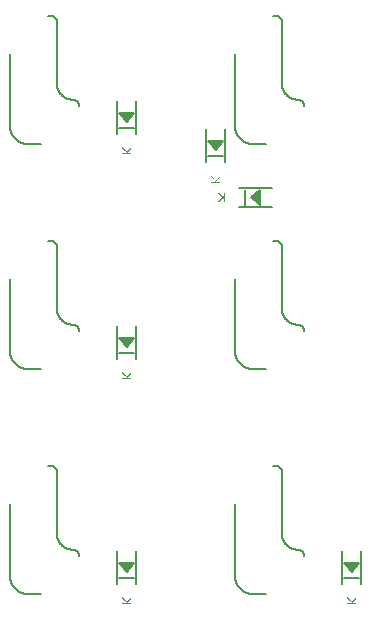
<source format=gbo>
G04 EAGLE Gerber RS-274X export*
G75*
%MOMM*%
%FSLAX34Y34*%
%LPD*%
%INSilkscreen Bottom*%
%IPPOS*%
%AMOC8*
5,1,8,0,0,1.08239X$1,22.5*%
G01*
G04 Define Apertures*
%ADD10C,0.127000*%
G36*
X-59962Y121207D02*
X-67250Y121207D01*
X-67250Y122195D01*
X-64457Y122195D01*
X-63733Y123146D01*
X-67250Y126059D01*
X-67250Y127284D01*
X-63127Y123767D01*
X-59962Y126871D01*
X-59962Y125707D01*
X-63614Y122195D01*
X-59962Y122195D01*
X-59962Y121207D01*
G37*
G36*
X-59962Y-69294D02*
X-67250Y-69294D01*
X-67250Y-68306D01*
X-64457Y-68306D01*
X-63733Y-67354D01*
X-67250Y-64441D01*
X-67250Y-63216D01*
X-63127Y-66733D01*
X-59962Y-63629D01*
X-59962Y-64793D01*
X-63614Y-68306D01*
X-59962Y-68306D01*
X-59962Y-69294D01*
G37*
G36*
X-59962Y-259794D02*
X-67250Y-259794D01*
X-67250Y-258806D01*
X-64457Y-258806D01*
X-63733Y-257854D01*
X-67250Y-254941D01*
X-67250Y-253716D01*
X-63127Y-257233D01*
X-59962Y-254129D01*
X-59962Y-255293D01*
X-63614Y-258806D01*
X-59962Y-258806D01*
X-59962Y-259794D01*
G37*
G36*
X15438Y97107D02*
X8150Y97107D01*
X8150Y98095D01*
X10943Y98095D01*
X11667Y99046D01*
X8150Y101959D01*
X8150Y103184D01*
X12273Y99667D01*
X15438Y102771D01*
X15438Y101607D01*
X11786Y98095D01*
X15438Y98095D01*
X15438Y97107D01*
G37*
G36*
X14779Y80950D02*
X13553Y80950D01*
X17071Y85073D01*
X13967Y88238D01*
X15131Y88238D01*
X18643Y84586D01*
X18643Y88238D01*
X19631Y88238D01*
X19631Y80950D01*
X18643Y80950D01*
X18643Y83743D01*
X17691Y84467D01*
X14779Y80950D01*
G37*
G36*
X130538Y-259794D02*
X123250Y-259794D01*
X123250Y-258806D01*
X126043Y-258806D01*
X126767Y-257854D01*
X123250Y-254941D01*
X123250Y-253716D01*
X127373Y-257233D01*
X130538Y-254129D01*
X130538Y-255293D01*
X126886Y-258806D01*
X130538Y-258806D01*
X130538Y-259794D01*
G37*
D10*
X-71500Y166400D02*
X-71500Y138400D01*
X-55500Y138400D02*
X-55500Y166400D01*
X-57150Y156210D02*
X-63500Y148590D01*
X-58420Y156210D02*
X-57150Y156210D01*
X-58420Y156210D02*
X-59690Y156210D01*
X-69850Y156210D01*
X-63500Y148590D01*
X-58420Y156210D01*
X-68580Y154940D01*
X-63500Y149860D01*
X-59690Y156210D01*
X-67310Y154940D01*
X-63500Y151130D01*
X-60960Y154940D01*
X-62230Y154940D01*
X-66040Y154940D01*
X-64770Y153670D01*
X-63500Y152400D01*
X-62230Y154940D01*
X-64770Y153670D01*
X-63500Y153670D01*
X-57150Y143510D02*
X-69850Y143510D01*
X-71500Y-24100D02*
X-71500Y-52100D01*
X-55500Y-52100D02*
X-55500Y-24100D01*
X-57150Y-34290D02*
X-63500Y-41910D01*
X-58420Y-34290D02*
X-57150Y-34290D01*
X-58420Y-34290D02*
X-59690Y-34290D01*
X-69850Y-34290D01*
X-63500Y-41910D01*
X-58420Y-34290D01*
X-68580Y-35560D01*
X-63500Y-40640D01*
X-59690Y-34290D01*
X-67310Y-35560D01*
X-63500Y-39370D01*
X-60960Y-35560D01*
X-62230Y-35560D01*
X-66040Y-35560D01*
X-64770Y-36830D01*
X-63500Y-38100D01*
X-62230Y-35560D01*
X-64770Y-36830D01*
X-63500Y-36830D01*
X-57150Y-46990D02*
X-69850Y-46990D01*
X-71500Y-214600D02*
X-71500Y-242600D01*
X-55500Y-242600D02*
X-55500Y-214600D01*
X-57150Y-224790D02*
X-63500Y-232410D01*
X-58420Y-224790D02*
X-57150Y-224790D01*
X-58420Y-224790D02*
X-59690Y-224790D01*
X-69850Y-224790D01*
X-63500Y-232410D01*
X-58420Y-224790D01*
X-68580Y-226060D01*
X-63500Y-231140D01*
X-59690Y-224790D01*
X-67310Y-226060D01*
X-63500Y-229870D01*
X-60960Y-226060D01*
X-62230Y-226060D01*
X-66040Y-226060D01*
X-64770Y-227330D01*
X-63500Y-228600D01*
X-62230Y-226060D01*
X-64770Y-227330D01*
X-63500Y-227330D01*
X-57150Y-237490D02*
X-69850Y-237490D01*
X3900Y114300D02*
X3900Y142300D01*
X19900Y142300D02*
X19900Y114300D01*
X11900Y124490D02*
X18250Y132110D01*
X16980Y132110D01*
X15710Y132110D01*
X5550Y132110D01*
X11900Y124490D01*
X16980Y132110D01*
X6820Y130840D01*
X11900Y125760D01*
X15710Y132110D01*
X8090Y130840D01*
X11900Y127030D01*
X14440Y130840D01*
X13170Y130840D01*
X9360Y130840D01*
X10630Y129570D01*
X11900Y128300D01*
X13170Y130840D01*
X10630Y129570D01*
X11900Y129570D01*
X18250Y119410D02*
X5550Y119410D01*
X31500Y92700D02*
X59500Y92700D01*
X59500Y76700D02*
X31500Y76700D01*
X41690Y84700D02*
X49310Y78350D01*
X49310Y79620D01*
X49310Y80890D01*
X49310Y91050D01*
X41690Y84700D01*
X49310Y79620D01*
X48040Y89780D01*
X42960Y84700D01*
X49310Y80890D01*
X48040Y88510D01*
X44230Y84700D01*
X48040Y82160D01*
X48040Y83430D01*
X48040Y87240D01*
X46770Y85970D01*
X45500Y84700D01*
X48040Y83430D01*
X46770Y85970D01*
X46770Y84700D01*
X36610Y78350D02*
X36610Y91050D01*
X119000Y-214600D02*
X119000Y-242600D01*
X135000Y-242600D02*
X135000Y-214600D01*
X133350Y-224790D02*
X127000Y-232410D01*
X132080Y-224790D02*
X133350Y-224790D01*
X132080Y-224790D02*
X130810Y-224790D01*
X120650Y-224790D01*
X127000Y-232410D01*
X132080Y-224790D01*
X121920Y-226060D01*
X127000Y-231140D01*
X130810Y-224790D01*
X123190Y-226060D01*
X127000Y-229870D01*
X129540Y-226060D01*
X128270Y-226060D01*
X124460Y-226060D01*
X125730Y-227330D01*
X127000Y-228600D01*
X128270Y-226060D01*
X125730Y-227330D01*
X127000Y-227330D01*
X133350Y-237490D02*
X120650Y-237490D01*
X-162800Y146400D02*
X-162800Y205900D01*
X-162800Y146400D02*
X-162795Y145995D01*
X-162780Y145591D01*
X-162756Y145187D01*
X-162722Y144783D01*
X-162678Y144381D01*
X-162624Y143980D01*
X-162561Y143580D01*
X-162488Y143182D01*
X-162405Y142786D01*
X-162313Y142391D01*
X-162212Y142000D01*
X-162101Y141610D01*
X-161980Y141224D01*
X-161850Y140841D01*
X-161712Y140460D01*
X-161563Y140084D01*
X-161406Y139711D01*
X-161240Y139342D01*
X-161065Y138977D01*
X-160881Y138616D01*
X-160689Y138260D01*
X-160488Y137908D01*
X-160279Y137562D01*
X-160061Y137221D01*
X-159835Y136885D01*
X-159601Y136555D01*
X-159359Y136230D01*
X-159110Y135911D01*
X-158852Y135599D01*
X-158588Y135293D01*
X-158316Y134993D01*
X-158036Y134700D01*
X-157750Y134414D01*
X-157457Y134134D01*
X-157157Y133862D01*
X-156851Y133598D01*
X-156539Y133340D01*
X-156220Y133091D01*
X-155895Y132849D01*
X-155565Y132615D01*
X-155229Y132389D01*
X-154888Y132171D01*
X-154542Y131962D01*
X-154190Y131761D01*
X-153834Y131569D01*
X-153473Y131385D01*
X-153108Y131210D01*
X-152739Y131044D01*
X-152366Y130887D01*
X-151990Y130738D01*
X-151609Y130600D01*
X-151226Y130470D01*
X-150840Y130349D01*
X-150450Y130238D01*
X-150059Y130137D01*
X-149664Y130045D01*
X-149268Y129962D01*
X-148870Y129889D01*
X-148470Y129826D01*
X-148069Y129772D01*
X-147667Y129728D01*
X-147263Y129694D01*
X-146859Y129670D01*
X-146455Y129655D01*
X-146050Y129650D01*
X-136350Y129650D01*
X-103900Y162400D02*
X-103902Y162540D01*
X-103908Y162680D01*
X-103918Y162820D01*
X-103931Y162960D01*
X-103949Y163099D01*
X-103971Y163238D01*
X-103996Y163375D01*
X-104025Y163513D01*
X-104058Y163649D01*
X-104095Y163784D01*
X-104136Y163918D01*
X-104181Y164051D01*
X-104229Y164183D01*
X-104281Y164313D01*
X-104336Y164442D01*
X-104395Y164569D01*
X-104458Y164695D01*
X-104524Y164819D01*
X-104593Y164940D01*
X-104666Y165060D01*
X-104743Y165178D01*
X-104822Y165293D01*
X-104905Y165407D01*
X-104991Y165517D01*
X-105080Y165626D01*
X-105172Y165732D01*
X-105267Y165835D01*
X-105364Y165936D01*
X-105465Y166033D01*
X-105568Y166128D01*
X-105674Y166220D01*
X-105783Y166309D01*
X-105893Y166395D01*
X-106007Y166478D01*
X-106122Y166557D01*
X-106240Y166634D01*
X-106360Y166707D01*
X-106481Y166776D01*
X-106605Y166842D01*
X-106731Y166905D01*
X-106858Y166964D01*
X-106987Y167019D01*
X-107117Y167071D01*
X-107249Y167119D01*
X-107382Y167164D01*
X-107516Y167205D01*
X-107651Y167242D01*
X-107787Y167275D01*
X-107925Y167304D01*
X-108062Y167329D01*
X-108201Y167351D01*
X-108340Y167369D01*
X-108480Y167382D01*
X-108620Y167392D01*
X-108760Y167398D01*
X-108900Y167400D01*
X-109236Y167404D01*
X-109572Y167416D01*
X-109907Y167437D01*
X-110242Y167465D01*
X-110575Y167501D01*
X-110908Y167546D01*
X-111240Y167598D01*
X-111571Y167659D01*
X-111899Y167727D01*
X-112226Y167804D01*
X-112552Y167888D01*
X-112875Y167980D01*
X-113195Y168080D01*
X-113514Y168188D01*
X-113829Y168303D01*
X-114142Y168426D01*
X-114451Y168557D01*
X-114757Y168694D01*
X-115060Y168840D01*
X-115360Y168992D01*
X-115655Y169152D01*
X-115947Y169319D01*
X-116234Y169492D01*
X-116517Y169673D01*
X-116796Y169861D01*
X-117070Y170055D01*
X-117340Y170255D01*
X-117604Y170463D01*
X-117863Y170676D01*
X-118117Y170896D01*
X-118366Y171121D01*
X-118609Y171353D01*
X-118847Y171591D01*
X-119079Y171834D01*
X-119304Y172083D01*
X-119524Y172337D01*
X-119737Y172596D01*
X-119945Y172860D01*
X-120145Y173130D01*
X-120339Y173404D01*
X-120527Y173683D01*
X-120708Y173966D01*
X-120881Y174253D01*
X-121048Y174545D01*
X-121208Y174840D01*
X-121360Y175140D01*
X-121506Y175443D01*
X-121643Y175749D01*
X-121774Y176058D01*
X-121897Y176371D01*
X-122012Y176686D01*
X-122120Y177005D01*
X-122220Y177325D01*
X-122312Y177648D01*
X-122396Y177974D01*
X-122473Y178301D01*
X-122541Y178629D01*
X-122602Y178960D01*
X-122654Y179292D01*
X-122699Y179625D01*
X-122735Y179958D01*
X-122763Y180293D01*
X-122784Y180628D01*
X-122796Y180964D01*
X-122800Y181300D01*
X-122800Y233650D01*
X-122802Y233790D01*
X-122808Y233930D01*
X-122818Y234070D01*
X-122831Y234210D01*
X-122849Y234349D01*
X-122871Y234488D01*
X-122896Y234625D01*
X-122925Y234763D01*
X-122958Y234899D01*
X-122995Y235034D01*
X-123036Y235168D01*
X-123081Y235301D01*
X-123129Y235433D01*
X-123181Y235563D01*
X-123236Y235692D01*
X-123295Y235819D01*
X-123358Y235945D01*
X-123424Y236069D01*
X-123493Y236190D01*
X-123566Y236310D01*
X-123643Y236428D01*
X-123722Y236543D01*
X-123805Y236657D01*
X-123891Y236767D01*
X-123980Y236876D01*
X-124072Y236982D01*
X-124167Y237085D01*
X-124264Y237186D01*
X-124365Y237283D01*
X-124468Y237378D01*
X-124574Y237470D01*
X-124683Y237559D01*
X-124793Y237645D01*
X-124907Y237728D01*
X-125022Y237807D01*
X-125140Y237884D01*
X-125260Y237957D01*
X-125381Y238026D01*
X-125505Y238092D01*
X-125631Y238155D01*
X-125758Y238214D01*
X-125887Y238269D01*
X-126017Y238321D01*
X-126149Y238369D01*
X-126282Y238414D01*
X-126416Y238455D01*
X-126551Y238492D01*
X-126687Y238525D01*
X-126825Y238554D01*
X-126962Y238579D01*
X-127101Y238601D01*
X-127240Y238619D01*
X-127380Y238632D01*
X-127520Y238642D01*
X-127660Y238648D01*
X-127800Y238650D01*
X-130350Y238650D01*
X-162800Y15400D02*
X-162800Y-44100D01*
X-162795Y-44505D01*
X-162780Y-44909D01*
X-162756Y-45313D01*
X-162722Y-45717D01*
X-162678Y-46119D01*
X-162624Y-46520D01*
X-162561Y-46920D01*
X-162488Y-47318D01*
X-162405Y-47714D01*
X-162313Y-48109D01*
X-162212Y-48500D01*
X-162101Y-48890D01*
X-161980Y-49276D01*
X-161850Y-49659D01*
X-161712Y-50040D01*
X-161563Y-50416D01*
X-161406Y-50789D01*
X-161240Y-51158D01*
X-161065Y-51523D01*
X-160881Y-51884D01*
X-160689Y-52240D01*
X-160488Y-52592D01*
X-160279Y-52938D01*
X-160061Y-53279D01*
X-159835Y-53615D01*
X-159601Y-53945D01*
X-159359Y-54270D01*
X-159110Y-54589D01*
X-158852Y-54901D01*
X-158588Y-55207D01*
X-158316Y-55507D01*
X-158036Y-55800D01*
X-157750Y-56086D01*
X-157457Y-56366D01*
X-157157Y-56638D01*
X-156851Y-56902D01*
X-156539Y-57160D01*
X-156220Y-57409D01*
X-155895Y-57651D01*
X-155565Y-57885D01*
X-155229Y-58111D01*
X-154888Y-58329D01*
X-154542Y-58538D01*
X-154190Y-58739D01*
X-153834Y-58931D01*
X-153473Y-59115D01*
X-153108Y-59290D01*
X-152739Y-59456D01*
X-152366Y-59613D01*
X-151990Y-59762D01*
X-151609Y-59900D01*
X-151226Y-60030D01*
X-150840Y-60151D01*
X-150450Y-60262D01*
X-150059Y-60363D01*
X-149664Y-60455D01*
X-149268Y-60538D01*
X-148870Y-60611D01*
X-148470Y-60674D01*
X-148069Y-60728D01*
X-147667Y-60772D01*
X-147263Y-60806D01*
X-146859Y-60830D01*
X-146455Y-60845D01*
X-146050Y-60850D01*
X-136350Y-60850D01*
X-103900Y-28100D02*
X-103902Y-27960D01*
X-103908Y-27820D01*
X-103918Y-27680D01*
X-103931Y-27540D01*
X-103949Y-27401D01*
X-103971Y-27262D01*
X-103996Y-27125D01*
X-104025Y-26987D01*
X-104058Y-26851D01*
X-104095Y-26716D01*
X-104136Y-26582D01*
X-104181Y-26449D01*
X-104229Y-26317D01*
X-104281Y-26187D01*
X-104336Y-26058D01*
X-104395Y-25931D01*
X-104458Y-25805D01*
X-104524Y-25681D01*
X-104593Y-25560D01*
X-104666Y-25440D01*
X-104743Y-25322D01*
X-104822Y-25207D01*
X-104905Y-25093D01*
X-104991Y-24983D01*
X-105080Y-24874D01*
X-105172Y-24768D01*
X-105267Y-24665D01*
X-105364Y-24564D01*
X-105465Y-24467D01*
X-105568Y-24372D01*
X-105674Y-24280D01*
X-105783Y-24191D01*
X-105893Y-24105D01*
X-106007Y-24022D01*
X-106122Y-23943D01*
X-106240Y-23866D01*
X-106360Y-23793D01*
X-106481Y-23724D01*
X-106605Y-23658D01*
X-106731Y-23595D01*
X-106858Y-23536D01*
X-106987Y-23481D01*
X-107117Y-23429D01*
X-107249Y-23381D01*
X-107382Y-23336D01*
X-107516Y-23295D01*
X-107651Y-23258D01*
X-107787Y-23225D01*
X-107925Y-23196D01*
X-108062Y-23171D01*
X-108201Y-23149D01*
X-108340Y-23131D01*
X-108480Y-23118D01*
X-108620Y-23108D01*
X-108760Y-23102D01*
X-108900Y-23100D01*
X-109236Y-23096D01*
X-109572Y-23084D01*
X-109907Y-23063D01*
X-110242Y-23035D01*
X-110575Y-22999D01*
X-110908Y-22954D01*
X-111240Y-22902D01*
X-111571Y-22841D01*
X-111899Y-22773D01*
X-112226Y-22696D01*
X-112552Y-22612D01*
X-112875Y-22520D01*
X-113195Y-22420D01*
X-113514Y-22312D01*
X-113829Y-22197D01*
X-114142Y-22074D01*
X-114451Y-21943D01*
X-114757Y-21806D01*
X-115060Y-21660D01*
X-115360Y-21508D01*
X-115655Y-21348D01*
X-115947Y-21181D01*
X-116234Y-21008D01*
X-116517Y-20827D01*
X-116796Y-20639D01*
X-117070Y-20445D01*
X-117340Y-20245D01*
X-117604Y-20037D01*
X-117863Y-19824D01*
X-118117Y-19604D01*
X-118366Y-19379D01*
X-118609Y-19147D01*
X-118847Y-18909D01*
X-119079Y-18666D01*
X-119304Y-18417D01*
X-119524Y-18163D01*
X-119737Y-17904D01*
X-119945Y-17640D01*
X-120145Y-17370D01*
X-120339Y-17096D01*
X-120527Y-16817D01*
X-120708Y-16534D01*
X-120881Y-16247D01*
X-121048Y-15955D01*
X-121208Y-15660D01*
X-121360Y-15360D01*
X-121506Y-15057D01*
X-121643Y-14751D01*
X-121774Y-14442D01*
X-121897Y-14129D01*
X-122012Y-13814D01*
X-122120Y-13495D01*
X-122220Y-13175D01*
X-122312Y-12852D01*
X-122396Y-12526D01*
X-122473Y-12199D01*
X-122541Y-11871D01*
X-122602Y-11540D01*
X-122654Y-11208D01*
X-122699Y-10875D01*
X-122735Y-10542D01*
X-122763Y-10207D01*
X-122784Y-9872D01*
X-122796Y-9536D01*
X-122800Y-9200D01*
X-122800Y43150D01*
X-122802Y43290D01*
X-122808Y43430D01*
X-122818Y43570D01*
X-122831Y43710D01*
X-122849Y43849D01*
X-122871Y43988D01*
X-122896Y44125D01*
X-122925Y44263D01*
X-122958Y44399D01*
X-122995Y44534D01*
X-123036Y44668D01*
X-123081Y44801D01*
X-123129Y44933D01*
X-123181Y45063D01*
X-123236Y45192D01*
X-123295Y45319D01*
X-123358Y45445D01*
X-123424Y45569D01*
X-123493Y45690D01*
X-123566Y45810D01*
X-123643Y45928D01*
X-123722Y46043D01*
X-123805Y46157D01*
X-123891Y46267D01*
X-123980Y46376D01*
X-124072Y46482D01*
X-124167Y46585D01*
X-124264Y46686D01*
X-124365Y46783D01*
X-124468Y46878D01*
X-124574Y46970D01*
X-124683Y47059D01*
X-124793Y47145D01*
X-124907Y47228D01*
X-125022Y47307D01*
X-125140Y47384D01*
X-125260Y47457D01*
X-125381Y47526D01*
X-125505Y47592D01*
X-125631Y47655D01*
X-125758Y47714D01*
X-125887Y47769D01*
X-126017Y47821D01*
X-126149Y47869D01*
X-126282Y47914D01*
X-126416Y47955D01*
X-126551Y47992D01*
X-126687Y48025D01*
X-126825Y48054D01*
X-126962Y48079D01*
X-127101Y48101D01*
X-127240Y48119D01*
X-127380Y48132D01*
X-127520Y48142D01*
X-127660Y48148D01*
X-127800Y48150D01*
X-130350Y48150D01*
X-162800Y-175100D02*
X-162800Y-234600D01*
X-162795Y-235005D01*
X-162780Y-235409D01*
X-162756Y-235813D01*
X-162722Y-236217D01*
X-162678Y-236619D01*
X-162624Y-237020D01*
X-162561Y-237420D01*
X-162488Y-237818D01*
X-162405Y-238214D01*
X-162313Y-238609D01*
X-162212Y-239000D01*
X-162101Y-239390D01*
X-161980Y-239776D01*
X-161850Y-240159D01*
X-161712Y-240540D01*
X-161563Y-240916D01*
X-161406Y-241289D01*
X-161240Y-241658D01*
X-161065Y-242023D01*
X-160881Y-242384D01*
X-160689Y-242740D01*
X-160488Y-243092D01*
X-160279Y-243438D01*
X-160061Y-243779D01*
X-159835Y-244115D01*
X-159601Y-244445D01*
X-159359Y-244770D01*
X-159110Y-245089D01*
X-158852Y-245401D01*
X-158588Y-245707D01*
X-158316Y-246007D01*
X-158036Y-246300D01*
X-157750Y-246586D01*
X-157457Y-246866D01*
X-157157Y-247138D01*
X-156851Y-247402D01*
X-156539Y-247660D01*
X-156220Y-247909D01*
X-155895Y-248151D01*
X-155565Y-248385D01*
X-155229Y-248611D01*
X-154888Y-248829D01*
X-154542Y-249038D01*
X-154190Y-249239D01*
X-153834Y-249431D01*
X-153473Y-249615D01*
X-153108Y-249790D01*
X-152739Y-249956D01*
X-152366Y-250113D01*
X-151990Y-250262D01*
X-151609Y-250400D01*
X-151226Y-250530D01*
X-150840Y-250651D01*
X-150450Y-250762D01*
X-150059Y-250863D01*
X-149664Y-250955D01*
X-149268Y-251038D01*
X-148870Y-251111D01*
X-148470Y-251174D01*
X-148069Y-251228D01*
X-147667Y-251272D01*
X-147263Y-251306D01*
X-146859Y-251330D01*
X-146455Y-251345D01*
X-146050Y-251350D01*
X-136350Y-251350D01*
X-103900Y-218600D02*
X-103902Y-218460D01*
X-103908Y-218320D01*
X-103918Y-218180D01*
X-103931Y-218040D01*
X-103949Y-217901D01*
X-103971Y-217762D01*
X-103996Y-217625D01*
X-104025Y-217487D01*
X-104058Y-217351D01*
X-104095Y-217216D01*
X-104136Y-217082D01*
X-104181Y-216949D01*
X-104229Y-216817D01*
X-104281Y-216687D01*
X-104336Y-216558D01*
X-104395Y-216431D01*
X-104458Y-216305D01*
X-104524Y-216181D01*
X-104593Y-216060D01*
X-104666Y-215940D01*
X-104743Y-215822D01*
X-104822Y-215707D01*
X-104905Y-215593D01*
X-104991Y-215483D01*
X-105080Y-215374D01*
X-105172Y-215268D01*
X-105267Y-215165D01*
X-105364Y-215064D01*
X-105465Y-214967D01*
X-105568Y-214872D01*
X-105674Y-214780D01*
X-105783Y-214691D01*
X-105893Y-214605D01*
X-106007Y-214522D01*
X-106122Y-214443D01*
X-106240Y-214366D01*
X-106360Y-214293D01*
X-106481Y-214224D01*
X-106605Y-214158D01*
X-106731Y-214095D01*
X-106858Y-214036D01*
X-106987Y-213981D01*
X-107117Y-213929D01*
X-107249Y-213881D01*
X-107382Y-213836D01*
X-107516Y-213795D01*
X-107651Y-213758D01*
X-107787Y-213725D01*
X-107925Y-213696D01*
X-108062Y-213671D01*
X-108201Y-213649D01*
X-108340Y-213631D01*
X-108480Y-213618D01*
X-108620Y-213608D01*
X-108760Y-213602D01*
X-108900Y-213600D01*
X-109236Y-213596D01*
X-109572Y-213584D01*
X-109907Y-213563D01*
X-110242Y-213535D01*
X-110575Y-213499D01*
X-110908Y-213454D01*
X-111240Y-213402D01*
X-111571Y-213341D01*
X-111899Y-213273D01*
X-112226Y-213196D01*
X-112552Y-213112D01*
X-112875Y-213020D01*
X-113195Y-212920D01*
X-113514Y-212812D01*
X-113829Y-212697D01*
X-114142Y-212574D01*
X-114451Y-212443D01*
X-114757Y-212306D01*
X-115060Y-212160D01*
X-115360Y-212008D01*
X-115655Y-211848D01*
X-115947Y-211681D01*
X-116234Y-211508D01*
X-116517Y-211327D01*
X-116796Y-211139D01*
X-117070Y-210945D01*
X-117340Y-210745D01*
X-117604Y-210537D01*
X-117863Y-210324D01*
X-118117Y-210104D01*
X-118366Y-209879D01*
X-118609Y-209647D01*
X-118847Y-209409D01*
X-119079Y-209166D01*
X-119304Y-208917D01*
X-119524Y-208663D01*
X-119737Y-208404D01*
X-119945Y-208140D01*
X-120145Y-207870D01*
X-120339Y-207596D01*
X-120527Y-207317D01*
X-120708Y-207034D01*
X-120881Y-206747D01*
X-121048Y-206455D01*
X-121208Y-206160D01*
X-121360Y-205860D01*
X-121506Y-205557D01*
X-121643Y-205251D01*
X-121774Y-204942D01*
X-121897Y-204629D01*
X-122012Y-204314D01*
X-122120Y-203995D01*
X-122220Y-203675D01*
X-122312Y-203352D01*
X-122396Y-203026D01*
X-122473Y-202699D01*
X-122541Y-202371D01*
X-122602Y-202040D01*
X-122654Y-201708D01*
X-122699Y-201375D01*
X-122735Y-201042D01*
X-122763Y-200707D01*
X-122784Y-200372D01*
X-122796Y-200036D01*
X-122800Y-199700D01*
X-122800Y-147350D01*
X-122802Y-147210D01*
X-122808Y-147070D01*
X-122818Y-146930D01*
X-122831Y-146790D01*
X-122849Y-146651D01*
X-122871Y-146512D01*
X-122896Y-146375D01*
X-122925Y-146237D01*
X-122958Y-146101D01*
X-122995Y-145966D01*
X-123036Y-145832D01*
X-123081Y-145699D01*
X-123129Y-145567D01*
X-123181Y-145437D01*
X-123236Y-145308D01*
X-123295Y-145181D01*
X-123358Y-145055D01*
X-123424Y-144931D01*
X-123493Y-144810D01*
X-123566Y-144690D01*
X-123643Y-144572D01*
X-123722Y-144457D01*
X-123805Y-144343D01*
X-123891Y-144233D01*
X-123980Y-144124D01*
X-124072Y-144018D01*
X-124167Y-143915D01*
X-124264Y-143814D01*
X-124365Y-143717D01*
X-124468Y-143622D01*
X-124574Y-143530D01*
X-124683Y-143441D01*
X-124793Y-143355D01*
X-124907Y-143272D01*
X-125022Y-143193D01*
X-125140Y-143116D01*
X-125260Y-143043D01*
X-125381Y-142974D01*
X-125505Y-142908D01*
X-125631Y-142845D01*
X-125758Y-142786D01*
X-125887Y-142731D01*
X-126017Y-142679D01*
X-126149Y-142631D01*
X-126282Y-142586D01*
X-126416Y-142545D01*
X-126551Y-142508D01*
X-126687Y-142475D01*
X-126825Y-142446D01*
X-126962Y-142421D01*
X-127101Y-142399D01*
X-127240Y-142381D01*
X-127380Y-142368D01*
X-127520Y-142358D01*
X-127660Y-142352D01*
X-127800Y-142350D01*
X-130350Y-142350D01*
X27700Y146400D02*
X27700Y205900D01*
X27700Y146400D02*
X27705Y145995D01*
X27720Y145591D01*
X27744Y145187D01*
X27778Y144783D01*
X27822Y144381D01*
X27876Y143980D01*
X27939Y143580D01*
X28012Y143182D01*
X28095Y142786D01*
X28187Y142391D01*
X28288Y142000D01*
X28399Y141610D01*
X28520Y141224D01*
X28650Y140841D01*
X28788Y140460D01*
X28937Y140084D01*
X29094Y139711D01*
X29260Y139342D01*
X29435Y138977D01*
X29619Y138616D01*
X29811Y138260D01*
X30012Y137908D01*
X30221Y137562D01*
X30439Y137221D01*
X30665Y136885D01*
X30899Y136555D01*
X31141Y136230D01*
X31390Y135911D01*
X31648Y135599D01*
X31912Y135293D01*
X32184Y134993D01*
X32464Y134700D01*
X32750Y134414D01*
X33043Y134134D01*
X33343Y133862D01*
X33649Y133598D01*
X33961Y133340D01*
X34280Y133091D01*
X34605Y132849D01*
X34935Y132615D01*
X35271Y132389D01*
X35612Y132171D01*
X35958Y131962D01*
X36310Y131761D01*
X36666Y131569D01*
X37027Y131385D01*
X37392Y131210D01*
X37761Y131044D01*
X38134Y130887D01*
X38510Y130738D01*
X38891Y130600D01*
X39274Y130470D01*
X39660Y130349D01*
X40050Y130238D01*
X40441Y130137D01*
X40836Y130045D01*
X41232Y129962D01*
X41630Y129889D01*
X42030Y129826D01*
X42431Y129772D01*
X42833Y129728D01*
X43237Y129694D01*
X43641Y129670D01*
X44045Y129655D01*
X44450Y129650D01*
X54150Y129650D01*
X86600Y162400D02*
X86598Y162540D01*
X86592Y162680D01*
X86582Y162820D01*
X86569Y162960D01*
X86551Y163099D01*
X86529Y163238D01*
X86504Y163375D01*
X86475Y163513D01*
X86442Y163649D01*
X86405Y163784D01*
X86364Y163918D01*
X86319Y164051D01*
X86271Y164183D01*
X86219Y164313D01*
X86164Y164442D01*
X86105Y164569D01*
X86042Y164695D01*
X85976Y164819D01*
X85907Y164940D01*
X85834Y165060D01*
X85757Y165178D01*
X85678Y165293D01*
X85595Y165407D01*
X85509Y165517D01*
X85420Y165626D01*
X85328Y165732D01*
X85233Y165835D01*
X85136Y165936D01*
X85035Y166033D01*
X84932Y166128D01*
X84826Y166220D01*
X84717Y166309D01*
X84607Y166395D01*
X84493Y166478D01*
X84378Y166557D01*
X84260Y166634D01*
X84140Y166707D01*
X84019Y166776D01*
X83895Y166842D01*
X83769Y166905D01*
X83642Y166964D01*
X83513Y167019D01*
X83383Y167071D01*
X83251Y167119D01*
X83118Y167164D01*
X82984Y167205D01*
X82849Y167242D01*
X82713Y167275D01*
X82575Y167304D01*
X82438Y167329D01*
X82299Y167351D01*
X82160Y167369D01*
X82020Y167382D01*
X81880Y167392D01*
X81740Y167398D01*
X81600Y167400D01*
X81264Y167404D01*
X80928Y167416D01*
X80593Y167437D01*
X80258Y167465D01*
X79925Y167501D01*
X79592Y167546D01*
X79260Y167598D01*
X78929Y167659D01*
X78601Y167727D01*
X78274Y167804D01*
X77948Y167888D01*
X77625Y167980D01*
X77305Y168080D01*
X76986Y168188D01*
X76671Y168303D01*
X76358Y168426D01*
X76049Y168557D01*
X75743Y168694D01*
X75440Y168840D01*
X75140Y168992D01*
X74845Y169152D01*
X74553Y169319D01*
X74266Y169492D01*
X73983Y169673D01*
X73704Y169861D01*
X73430Y170055D01*
X73160Y170255D01*
X72896Y170463D01*
X72637Y170676D01*
X72383Y170896D01*
X72134Y171121D01*
X71891Y171353D01*
X71653Y171591D01*
X71421Y171834D01*
X71196Y172083D01*
X70976Y172337D01*
X70763Y172596D01*
X70555Y172860D01*
X70355Y173130D01*
X70161Y173404D01*
X69973Y173683D01*
X69792Y173966D01*
X69619Y174253D01*
X69452Y174545D01*
X69292Y174840D01*
X69140Y175140D01*
X68994Y175443D01*
X68857Y175749D01*
X68726Y176058D01*
X68603Y176371D01*
X68488Y176686D01*
X68380Y177005D01*
X68280Y177325D01*
X68188Y177648D01*
X68104Y177974D01*
X68027Y178301D01*
X67959Y178629D01*
X67898Y178960D01*
X67846Y179292D01*
X67801Y179625D01*
X67765Y179958D01*
X67737Y180293D01*
X67716Y180628D01*
X67704Y180964D01*
X67700Y181300D01*
X67700Y233650D01*
X67698Y233790D01*
X67692Y233930D01*
X67682Y234070D01*
X67669Y234210D01*
X67651Y234349D01*
X67629Y234488D01*
X67604Y234625D01*
X67575Y234763D01*
X67542Y234899D01*
X67505Y235034D01*
X67464Y235168D01*
X67419Y235301D01*
X67371Y235433D01*
X67319Y235563D01*
X67264Y235692D01*
X67205Y235819D01*
X67142Y235945D01*
X67076Y236069D01*
X67007Y236190D01*
X66934Y236310D01*
X66857Y236428D01*
X66778Y236543D01*
X66695Y236657D01*
X66609Y236767D01*
X66520Y236876D01*
X66428Y236982D01*
X66333Y237085D01*
X66236Y237186D01*
X66135Y237283D01*
X66032Y237378D01*
X65926Y237470D01*
X65817Y237559D01*
X65707Y237645D01*
X65593Y237728D01*
X65478Y237807D01*
X65360Y237884D01*
X65240Y237957D01*
X65119Y238026D01*
X64995Y238092D01*
X64869Y238155D01*
X64742Y238214D01*
X64613Y238269D01*
X64483Y238321D01*
X64351Y238369D01*
X64218Y238414D01*
X64084Y238455D01*
X63949Y238492D01*
X63813Y238525D01*
X63675Y238554D01*
X63538Y238579D01*
X63399Y238601D01*
X63260Y238619D01*
X63120Y238632D01*
X62980Y238642D01*
X62840Y238648D01*
X62700Y238650D01*
X60150Y238650D01*
X27700Y15400D02*
X27700Y-44100D01*
X27705Y-44505D01*
X27720Y-44909D01*
X27744Y-45313D01*
X27778Y-45717D01*
X27822Y-46119D01*
X27876Y-46520D01*
X27939Y-46920D01*
X28012Y-47318D01*
X28095Y-47714D01*
X28187Y-48109D01*
X28288Y-48500D01*
X28399Y-48890D01*
X28520Y-49276D01*
X28650Y-49659D01*
X28788Y-50040D01*
X28937Y-50416D01*
X29094Y-50789D01*
X29260Y-51158D01*
X29435Y-51523D01*
X29619Y-51884D01*
X29811Y-52240D01*
X30012Y-52592D01*
X30221Y-52938D01*
X30439Y-53279D01*
X30665Y-53615D01*
X30899Y-53945D01*
X31141Y-54270D01*
X31390Y-54589D01*
X31648Y-54901D01*
X31912Y-55207D01*
X32184Y-55507D01*
X32464Y-55800D01*
X32750Y-56086D01*
X33043Y-56366D01*
X33343Y-56638D01*
X33649Y-56902D01*
X33961Y-57160D01*
X34280Y-57409D01*
X34605Y-57651D01*
X34935Y-57885D01*
X35271Y-58111D01*
X35612Y-58329D01*
X35958Y-58538D01*
X36310Y-58739D01*
X36666Y-58931D01*
X37027Y-59115D01*
X37392Y-59290D01*
X37761Y-59456D01*
X38134Y-59613D01*
X38510Y-59762D01*
X38891Y-59900D01*
X39274Y-60030D01*
X39660Y-60151D01*
X40050Y-60262D01*
X40441Y-60363D01*
X40836Y-60455D01*
X41232Y-60538D01*
X41630Y-60611D01*
X42030Y-60674D01*
X42431Y-60728D01*
X42833Y-60772D01*
X43237Y-60806D01*
X43641Y-60830D01*
X44045Y-60845D01*
X44450Y-60850D01*
X54150Y-60850D01*
X86600Y-28100D02*
X86598Y-27960D01*
X86592Y-27820D01*
X86582Y-27680D01*
X86569Y-27540D01*
X86551Y-27401D01*
X86529Y-27262D01*
X86504Y-27125D01*
X86475Y-26987D01*
X86442Y-26851D01*
X86405Y-26716D01*
X86364Y-26582D01*
X86319Y-26449D01*
X86271Y-26317D01*
X86219Y-26187D01*
X86164Y-26058D01*
X86105Y-25931D01*
X86042Y-25805D01*
X85976Y-25681D01*
X85907Y-25560D01*
X85834Y-25440D01*
X85757Y-25322D01*
X85678Y-25207D01*
X85595Y-25093D01*
X85509Y-24983D01*
X85420Y-24874D01*
X85328Y-24768D01*
X85233Y-24665D01*
X85136Y-24564D01*
X85035Y-24467D01*
X84932Y-24372D01*
X84826Y-24280D01*
X84717Y-24191D01*
X84607Y-24105D01*
X84493Y-24022D01*
X84378Y-23943D01*
X84260Y-23866D01*
X84140Y-23793D01*
X84019Y-23724D01*
X83895Y-23658D01*
X83769Y-23595D01*
X83642Y-23536D01*
X83513Y-23481D01*
X83383Y-23429D01*
X83251Y-23381D01*
X83118Y-23336D01*
X82984Y-23295D01*
X82849Y-23258D01*
X82713Y-23225D01*
X82575Y-23196D01*
X82438Y-23171D01*
X82299Y-23149D01*
X82160Y-23131D01*
X82020Y-23118D01*
X81880Y-23108D01*
X81740Y-23102D01*
X81600Y-23100D01*
X81264Y-23096D01*
X80928Y-23084D01*
X80593Y-23063D01*
X80258Y-23035D01*
X79925Y-22999D01*
X79592Y-22954D01*
X79260Y-22902D01*
X78929Y-22841D01*
X78601Y-22773D01*
X78274Y-22696D01*
X77948Y-22612D01*
X77625Y-22520D01*
X77305Y-22420D01*
X76986Y-22312D01*
X76671Y-22197D01*
X76358Y-22074D01*
X76049Y-21943D01*
X75743Y-21806D01*
X75440Y-21660D01*
X75140Y-21508D01*
X74845Y-21348D01*
X74553Y-21181D01*
X74266Y-21008D01*
X73983Y-20827D01*
X73704Y-20639D01*
X73430Y-20445D01*
X73160Y-20245D01*
X72896Y-20037D01*
X72637Y-19824D01*
X72383Y-19604D01*
X72134Y-19379D01*
X71891Y-19147D01*
X71653Y-18909D01*
X71421Y-18666D01*
X71196Y-18417D01*
X70976Y-18163D01*
X70763Y-17904D01*
X70555Y-17640D01*
X70355Y-17370D01*
X70161Y-17096D01*
X69973Y-16817D01*
X69792Y-16534D01*
X69619Y-16247D01*
X69452Y-15955D01*
X69292Y-15660D01*
X69140Y-15360D01*
X68994Y-15057D01*
X68857Y-14751D01*
X68726Y-14442D01*
X68603Y-14129D01*
X68488Y-13814D01*
X68380Y-13495D01*
X68280Y-13175D01*
X68188Y-12852D01*
X68104Y-12526D01*
X68027Y-12199D01*
X67959Y-11871D01*
X67898Y-11540D01*
X67846Y-11208D01*
X67801Y-10875D01*
X67765Y-10542D01*
X67737Y-10207D01*
X67716Y-9872D01*
X67704Y-9536D01*
X67700Y-9200D01*
X67700Y43150D01*
X67698Y43290D01*
X67692Y43430D01*
X67682Y43570D01*
X67669Y43710D01*
X67651Y43849D01*
X67629Y43988D01*
X67604Y44125D01*
X67575Y44263D01*
X67542Y44399D01*
X67505Y44534D01*
X67464Y44668D01*
X67419Y44801D01*
X67371Y44933D01*
X67319Y45063D01*
X67264Y45192D01*
X67205Y45319D01*
X67142Y45445D01*
X67076Y45569D01*
X67007Y45690D01*
X66934Y45810D01*
X66857Y45928D01*
X66778Y46043D01*
X66695Y46157D01*
X66609Y46267D01*
X66520Y46376D01*
X66428Y46482D01*
X66333Y46585D01*
X66236Y46686D01*
X66135Y46783D01*
X66032Y46878D01*
X65926Y46970D01*
X65817Y47059D01*
X65707Y47145D01*
X65593Y47228D01*
X65478Y47307D01*
X65360Y47384D01*
X65240Y47457D01*
X65119Y47526D01*
X64995Y47592D01*
X64869Y47655D01*
X64742Y47714D01*
X64613Y47769D01*
X64483Y47821D01*
X64351Y47869D01*
X64218Y47914D01*
X64084Y47955D01*
X63949Y47992D01*
X63813Y48025D01*
X63675Y48054D01*
X63538Y48079D01*
X63399Y48101D01*
X63260Y48119D01*
X63120Y48132D01*
X62980Y48142D01*
X62840Y48148D01*
X62700Y48150D01*
X60150Y48150D01*
X27700Y-175100D02*
X27700Y-234600D01*
X27705Y-235005D01*
X27720Y-235409D01*
X27744Y-235813D01*
X27778Y-236217D01*
X27822Y-236619D01*
X27876Y-237020D01*
X27939Y-237420D01*
X28012Y-237818D01*
X28095Y-238214D01*
X28187Y-238609D01*
X28288Y-239000D01*
X28399Y-239390D01*
X28520Y-239776D01*
X28650Y-240159D01*
X28788Y-240540D01*
X28937Y-240916D01*
X29094Y-241289D01*
X29260Y-241658D01*
X29435Y-242023D01*
X29619Y-242384D01*
X29811Y-242740D01*
X30012Y-243092D01*
X30221Y-243438D01*
X30439Y-243779D01*
X30665Y-244115D01*
X30899Y-244445D01*
X31141Y-244770D01*
X31390Y-245089D01*
X31648Y-245401D01*
X31912Y-245707D01*
X32184Y-246007D01*
X32464Y-246300D01*
X32750Y-246586D01*
X33043Y-246866D01*
X33343Y-247138D01*
X33649Y-247402D01*
X33961Y-247660D01*
X34280Y-247909D01*
X34605Y-248151D01*
X34935Y-248385D01*
X35271Y-248611D01*
X35612Y-248829D01*
X35958Y-249038D01*
X36310Y-249239D01*
X36666Y-249431D01*
X37027Y-249615D01*
X37392Y-249790D01*
X37761Y-249956D01*
X38134Y-250113D01*
X38510Y-250262D01*
X38891Y-250400D01*
X39274Y-250530D01*
X39660Y-250651D01*
X40050Y-250762D01*
X40441Y-250863D01*
X40836Y-250955D01*
X41232Y-251038D01*
X41630Y-251111D01*
X42030Y-251174D01*
X42431Y-251228D01*
X42833Y-251272D01*
X43237Y-251306D01*
X43641Y-251330D01*
X44045Y-251345D01*
X44450Y-251350D01*
X54150Y-251350D01*
X86600Y-218600D02*
X86598Y-218460D01*
X86592Y-218320D01*
X86582Y-218180D01*
X86569Y-218040D01*
X86551Y-217901D01*
X86529Y-217762D01*
X86504Y-217625D01*
X86475Y-217487D01*
X86442Y-217351D01*
X86405Y-217216D01*
X86364Y-217082D01*
X86319Y-216949D01*
X86271Y-216817D01*
X86219Y-216687D01*
X86164Y-216558D01*
X86105Y-216431D01*
X86042Y-216305D01*
X85976Y-216181D01*
X85907Y-216060D01*
X85834Y-215940D01*
X85757Y-215822D01*
X85678Y-215707D01*
X85595Y-215593D01*
X85509Y-215483D01*
X85420Y-215374D01*
X85328Y-215268D01*
X85233Y-215165D01*
X85136Y-215064D01*
X85035Y-214967D01*
X84932Y-214872D01*
X84826Y-214780D01*
X84717Y-214691D01*
X84607Y-214605D01*
X84493Y-214522D01*
X84378Y-214443D01*
X84260Y-214366D01*
X84140Y-214293D01*
X84019Y-214224D01*
X83895Y-214158D01*
X83769Y-214095D01*
X83642Y-214036D01*
X83513Y-213981D01*
X83383Y-213929D01*
X83251Y-213881D01*
X83118Y-213836D01*
X82984Y-213795D01*
X82849Y-213758D01*
X82713Y-213725D01*
X82575Y-213696D01*
X82438Y-213671D01*
X82299Y-213649D01*
X82160Y-213631D01*
X82020Y-213618D01*
X81880Y-213608D01*
X81740Y-213602D01*
X81600Y-213600D01*
X81264Y-213596D01*
X80928Y-213584D01*
X80593Y-213563D01*
X80258Y-213535D01*
X79925Y-213499D01*
X79592Y-213454D01*
X79260Y-213402D01*
X78929Y-213341D01*
X78601Y-213273D01*
X78274Y-213196D01*
X77948Y-213112D01*
X77625Y-213020D01*
X77305Y-212920D01*
X76986Y-212812D01*
X76671Y-212697D01*
X76358Y-212574D01*
X76049Y-212443D01*
X75743Y-212306D01*
X75440Y-212160D01*
X75140Y-212008D01*
X74845Y-211848D01*
X74553Y-211681D01*
X74266Y-211508D01*
X73983Y-211327D01*
X73704Y-211139D01*
X73430Y-210945D01*
X73160Y-210745D01*
X72896Y-210537D01*
X72637Y-210324D01*
X72383Y-210104D01*
X72134Y-209879D01*
X71891Y-209647D01*
X71653Y-209409D01*
X71421Y-209166D01*
X71196Y-208917D01*
X70976Y-208663D01*
X70763Y-208404D01*
X70555Y-208140D01*
X70355Y-207870D01*
X70161Y-207596D01*
X69973Y-207317D01*
X69792Y-207034D01*
X69619Y-206747D01*
X69452Y-206455D01*
X69292Y-206160D01*
X69140Y-205860D01*
X68994Y-205557D01*
X68857Y-205251D01*
X68726Y-204942D01*
X68603Y-204629D01*
X68488Y-204314D01*
X68380Y-203995D01*
X68280Y-203675D01*
X68188Y-203352D01*
X68104Y-203026D01*
X68027Y-202699D01*
X67959Y-202371D01*
X67898Y-202040D01*
X67846Y-201708D01*
X67801Y-201375D01*
X67765Y-201042D01*
X67737Y-200707D01*
X67716Y-200372D01*
X67704Y-200036D01*
X67700Y-199700D01*
X67700Y-147350D01*
X67698Y-147210D01*
X67692Y-147070D01*
X67682Y-146930D01*
X67669Y-146790D01*
X67651Y-146651D01*
X67629Y-146512D01*
X67604Y-146375D01*
X67575Y-146237D01*
X67542Y-146101D01*
X67505Y-145966D01*
X67464Y-145832D01*
X67419Y-145699D01*
X67371Y-145567D01*
X67319Y-145437D01*
X67264Y-145308D01*
X67205Y-145181D01*
X67142Y-145055D01*
X67076Y-144931D01*
X67007Y-144810D01*
X66934Y-144690D01*
X66857Y-144572D01*
X66778Y-144457D01*
X66695Y-144343D01*
X66609Y-144233D01*
X66520Y-144124D01*
X66428Y-144018D01*
X66333Y-143915D01*
X66236Y-143814D01*
X66135Y-143717D01*
X66032Y-143622D01*
X65926Y-143530D01*
X65817Y-143441D01*
X65707Y-143355D01*
X65593Y-143272D01*
X65478Y-143193D01*
X65360Y-143116D01*
X65240Y-143043D01*
X65119Y-142974D01*
X64995Y-142908D01*
X64869Y-142845D01*
X64742Y-142786D01*
X64613Y-142731D01*
X64483Y-142679D01*
X64351Y-142631D01*
X64218Y-142586D01*
X64084Y-142545D01*
X63949Y-142508D01*
X63813Y-142475D01*
X63675Y-142446D01*
X63538Y-142421D01*
X63399Y-142399D01*
X63260Y-142381D01*
X63120Y-142368D01*
X62980Y-142358D01*
X62840Y-142352D01*
X62700Y-142350D01*
X60150Y-142350D01*
M02*

</source>
